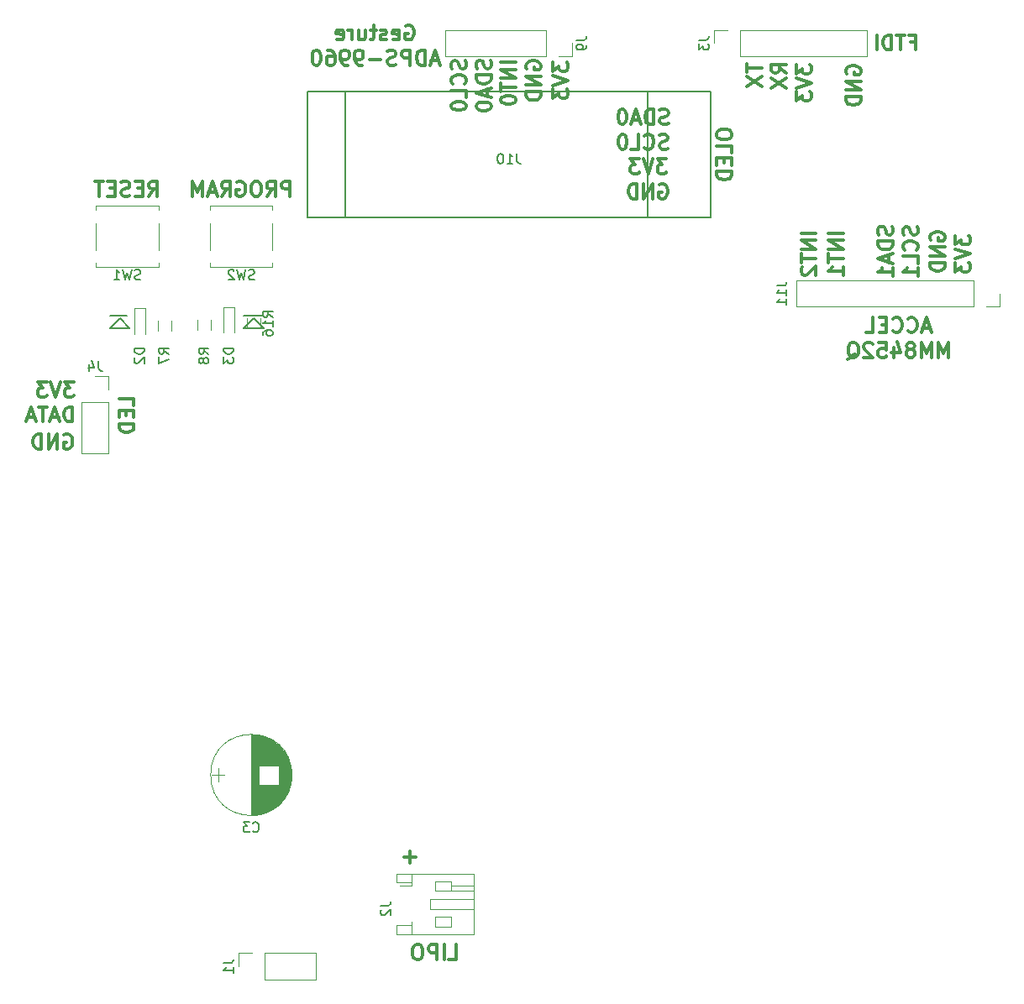
<source format=gbo>
G04 #@! TF.FileFunction,Legend,Bot*
%FSLAX46Y46*%
G04 Gerber Fmt 4.6, Leading zero omitted, Abs format (unit mm)*
G04 Created by KiCad (PCBNEW 4.0.7) date Saturday, 23 June 2018 'PMt' 19:02:52*
%MOMM*%
%LPD*%
G01*
G04 APERTURE LIST*
%ADD10C,0.100000*%
%ADD11C,0.200000*%
%ADD12C,0.300000*%
%ADD13C,0.120000*%
%ADD14C,0.150000*%
G04 APERTURE END LIST*
D10*
D11*
X74000000Y-55500000D02*
X76000000Y-55500000D01*
X76000000Y-56750000D02*
X75000000Y-55750000D01*
X74000000Y-56750000D02*
X76000000Y-56750000D01*
X75000000Y-55750000D02*
X74000000Y-56750000D01*
X60500000Y-55500000D02*
X62250000Y-55500000D01*
X60500000Y-56750000D02*
X61500000Y-55750000D01*
X62500000Y-56750000D02*
X60500000Y-56750000D01*
X61500000Y-55750000D02*
X62500000Y-56750000D01*
D12*
X94678571Y-120428571D02*
X95392857Y-120428571D01*
X95392857Y-118928571D01*
X94178571Y-120428571D02*
X94178571Y-118928571D01*
X93464285Y-120428571D02*
X93464285Y-118928571D01*
X92892857Y-118928571D01*
X92749999Y-119000000D01*
X92678571Y-119071429D01*
X92607142Y-119214286D01*
X92607142Y-119428571D01*
X92678571Y-119571429D01*
X92749999Y-119642857D01*
X92892857Y-119714286D01*
X93464285Y-119714286D01*
X91678571Y-118928571D02*
X91392857Y-118928571D01*
X91249999Y-119000000D01*
X91107142Y-119142857D01*
X91035714Y-119428571D01*
X91035714Y-119928571D01*
X91107142Y-120214286D01*
X91249999Y-120357143D01*
X91392857Y-120428571D01*
X91678571Y-120428571D01*
X91821428Y-120357143D01*
X91964285Y-120214286D01*
X92035714Y-119928571D01*
X92035714Y-119428571D01*
X91964285Y-119142857D01*
X91821428Y-119000000D01*
X91678571Y-118928571D01*
X91321428Y-110107143D02*
X90178571Y-110107143D01*
X90750000Y-110678571D02*
X90750000Y-109535714D01*
X78678571Y-43428571D02*
X78678571Y-41928571D01*
X78107143Y-41928571D01*
X77964285Y-42000000D01*
X77892857Y-42071429D01*
X77821428Y-42214286D01*
X77821428Y-42428571D01*
X77892857Y-42571429D01*
X77964285Y-42642857D01*
X78107143Y-42714286D01*
X78678571Y-42714286D01*
X76321428Y-43428571D02*
X76821428Y-42714286D01*
X77178571Y-43428571D02*
X77178571Y-41928571D01*
X76607143Y-41928571D01*
X76464285Y-42000000D01*
X76392857Y-42071429D01*
X76321428Y-42214286D01*
X76321428Y-42428571D01*
X76392857Y-42571429D01*
X76464285Y-42642857D01*
X76607143Y-42714286D01*
X77178571Y-42714286D01*
X75392857Y-41928571D02*
X75107143Y-41928571D01*
X74964285Y-42000000D01*
X74821428Y-42142857D01*
X74750000Y-42428571D01*
X74750000Y-42928571D01*
X74821428Y-43214286D01*
X74964285Y-43357143D01*
X75107143Y-43428571D01*
X75392857Y-43428571D01*
X75535714Y-43357143D01*
X75678571Y-43214286D01*
X75750000Y-42928571D01*
X75750000Y-42428571D01*
X75678571Y-42142857D01*
X75535714Y-42000000D01*
X75392857Y-41928571D01*
X73321428Y-42000000D02*
X73464285Y-41928571D01*
X73678571Y-41928571D01*
X73892856Y-42000000D01*
X74035714Y-42142857D01*
X74107142Y-42285714D01*
X74178571Y-42571429D01*
X74178571Y-42785714D01*
X74107142Y-43071429D01*
X74035714Y-43214286D01*
X73892856Y-43357143D01*
X73678571Y-43428571D01*
X73535714Y-43428571D01*
X73321428Y-43357143D01*
X73249999Y-43285714D01*
X73249999Y-42785714D01*
X73535714Y-42785714D01*
X71749999Y-43428571D02*
X72249999Y-42714286D01*
X72607142Y-43428571D02*
X72607142Y-41928571D01*
X72035714Y-41928571D01*
X71892856Y-42000000D01*
X71821428Y-42071429D01*
X71749999Y-42214286D01*
X71749999Y-42428571D01*
X71821428Y-42571429D01*
X71892856Y-42642857D01*
X72035714Y-42714286D01*
X72607142Y-42714286D01*
X71178571Y-43000000D02*
X70464285Y-43000000D01*
X71321428Y-43428571D02*
X70821428Y-41928571D01*
X70321428Y-43428571D01*
X69821428Y-43428571D02*
X69821428Y-41928571D01*
X69321428Y-43000000D01*
X68821428Y-41928571D01*
X68821428Y-43428571D01*
X64428571Y-43428571D02*
X64928571Y-42714286D01*
X65285714Y-43428571D02*
X65285714Y-41928571D01*
X64714286Y-41928571D01*
X64571428Y-42000000D01*
X64500000Y-42071429D01*
X64428571Y-42214286D01*
X64428571Y-42428571D01*
X64500000Y-42571429D01*
X64571428Y-42642857D01*
X64714286Y-42714286D01*
X65285714Y-42714286D01*
X63785714Y-42642857D02*
X63285714Y-42642857D01*
X63071428Y-43428571D02*
X63785714Y-43428571D01*
X63785714Y-41928571D01*
X63071428Y-41928571D01*
X62500000Y-43357143D02*
X62285714Y-43428571D01*
X61928571Y-43428571D01*
X61785714Y-43357143D01*
X61714285Y-43285714D01*
X61642857Y-43142857D01*
X61642857Y-43000000D01*
X61714285Y-42857143D01*
X61785714Y-42785714D01*
X61928571Y-42714286D01*
X62214285Y-42642857D01*
X62357143Y-42571429D01*
X62428571Y-42500000D01*
X62500000Y-42357143D01*
X62500000Y-42214286D01*
X62428571Y-42071429D01*
X62357143Y-42000000D01*
X62214285Y-41928571D01*
X61857143Y-41928571D01*
X61642857Y-42000000D01*
X61000000Y-42642857D02*
X60500000Y-42642857D01*
X60285714Y-43428571D02*
X61000000Y-43428571D01*
X61000000Y-41928571D01*
X60285714Y-41928571D01*
X59857143Y-41928571D02*
X59000000Y-41928571D01*
X59428571Y-43428571D02*
X59428571Y-41928571D01*
X121678571Y-37071428D02*
X121678571Y-37357142D01*
X121750000Y-37500000D01*
X121892857Y-37642857D01*
X122178571Y-37714285D01*
X122678571Y-37714285D01*
X122964286Y-37642857D01*
X123107143Y-37500000D01*
X123178571Y-37357142D01*
X123178571Y-37071428D01*
X123107143Y-36928571D01*
X122964286Y-36785714D01*
X122678571Y-36714285D01*
X122178571Y-36714285D01*
X121892857Y-36785714D01*
X121750000Y-36928571D01*
X121678571Y-37071428D01*
X123178571Y-39071429D02*
X123178571Y-38357143D01*
X121678571Y-38357143D01*
X122392857Y-39571429D02*
X122392857Y-40071429D01*
X123178571Y-40285715D02*
X123178571Y-39571429D01*
X121678571Y-39571429D01*
X121678571Y-40285715D01*
X123178571Y-40928572D02*
X121678571Y-40928572D01*
X121678571Y-41285715D01*
X121750000Y-41500000D01*
X121892857Y-41642858D01*
X122035714Y-41714286D01*
X122321429Y-41785715D01*
X122535714Y-41785715D01*
X122821429Y-41714286D01*
X122964286Y-41642858D01*
X123107143Y-41500000D01*
X123178571Y-41285715D01*
X123178571Y-40928572D01*
X116785714Y-36107143D02*
X116571428Y-36178571D01*
X116214285Y-36178571D01*
X116071428Y-36107143D01*
X115999999Y-36035714D01*
X115928571Y-35892857D01*
X115928571Y-35750000D01*
X115999999Y-35607143D01*
X116071428Y-35535714D01*
X116214285Y-35464286D01*
X116499999Y-35392857D01*
X116642857Y-35321429D01*
X116714285Y-35250000D01*
X116785714Y-35107143D01*
X116785714Y-34964286D01*
X116714285Y-34821429D01*
X116642857Y-34750000D01*
X116499999Y-34678571D01*
X116142857Y-34678571D01*
X115928571Y-34750000D01*
X115285714Y-36178571D02*
X115285714Y-34678571D01*
X114928571Y-34678571D01*
X114714286Y-34750000D01*
X114571428Y-34892857D01*
X114500000Y-35035714D01*
X114428571Y-35321429D01*
X114428571Y-35535714D01*
X114500000Y-35821429D01*
X114571428Y-35964286D01*
X114714286Y-36107143D01*
X114928571Y-36178571D01*
X115285714Y-36178571D01*
X113857143Y-35750000D02*
X113142857Y-35750000D01*
X114000000Y-36178571D02*
X113500000Y-34678571D01*
X113000000Y-36178571D01*
X112214286Y-34678571D02*
X112071429Y-34678571D01*
X111928572Y-34750000D01*
X111857143Y-34821429D01*
X111785714Y-34964286D01*
X111714286Y-35250000D01*
X111714286Y-35607143D01*
X111785714Y-35892857D01*
X111857143Y-36035714D01*
X111928572Y-36107143D01*
X112071429Y-36178571D01*
X112214286Y-36178571D01*
X112357143Y-36107143D01*
X112428572Y-36035714D01*
X112500000Y-35892857D01*
X112571429Y-35607143D01*
X112571429Y-35250000D01*
X112500000Y-34964286D01*
X112428572Y-34821429D01*
X112357143Y-34750000D01*
X112214286Y-34678571D01*
X116750000Y-38607143D02*
X116535714Y-38678571D01*
X116178571Y-38678571D01*
X116035714Y-38607143D01*
X115964285Y-38535714D01*
X115892857Y-38392857D01*
X115892857Y-38250000D01*
X115964285Y-38107143D01*
X116035714Y-38035714D01*
X116178571Y-37964286D01*
X116464285Y-37892857D01*
X116607143Y-37821429D01*
X116678571Y-37750000D01*
X116750000Y-37607143D01*
X116750000Y-37464286D01*
X116678571Y-37321429D01*
X116607143Y-37250000D01*
X116464285Y-37178571D01*
X116107143Y-37178571D01*
X115892857Y-37250000D01*
X114392857Y-38535714D02*
X114464286Y-38607143D01*
X114678572Y-38678571D01*
X114821429Y-38678571D01*
X115035714Y-38607143D01*
X115178572Y-38464286D01*
X115250000Y-38321429D01*
X115321429Y-38035714D01*
X115321429Y-37821429D01*
X115250000Y-37535714D01*
X115178572Y-37392857D01*
X115035714Y-37250000D01*
X114821429Y-37178571D01*
X114678572Y-37178571D01*
X114464286Y-37250000D01*
X114392857Y-37321429D01*
X113035714Y-38678571D02*
X113750000Y-38678571D01*
X113750000Y-37178571D01*
X112250000Y-37178571D02*
X112107143Y-37178571D01*
X111964286Y-37250000D01*
X111892857Y-37321429D01*
X111821428Y-37464286D01*
X111750000Y-37750000D01*
X111750000Y-38107143D01*
X111821428Y-38392857D01*
X111892857Y-38535714D01*
X111964286Y-38607143D01*
X112107143Y-38678571D01*
X112250000Y-38678571D01*
X112392857Y-38607143D01*
X112464286Y-38535714D01*
X112535714Y-38392857D01*
X112607143Y-38107143D01*
X112607143Y-37750000D01*
X112535714Y-37464286D01*
X112464286Y-37321429D01*
X112392857Y-37250000D01*
X112250000Y-37178571D01*
X116607142Y-39678571D02*
X115678571Y-39678571D01*
X116178571Y-40250000D01*
X115964285Y-40250000D01*
X115821428Y-40321429D01*
X115749999Y-40392857D01*
X115678571Y-40535714D01*
X115678571Y-40892857D01*
X115749999Y-41035714D01*
X115821428Y-41107143D01*
X115964285Y-41178571D01*
X116392857Y-41178571D01*
X116535714Y-41107143D01*
X116607142Y-41035714D01*
X115250000Y-39678571D02*
X114750000Y-41178571D01*
X114250000Y-39678571D01*
X113892857Y-39678571D02*
X112964286Y-39678571D01*
X113464286Y-40250000D01*
X113250000Y-40250000D01*
X113107143Y-40321429D01*
X113035714Y-40392857D01*
X112964286Y-40535714D01*
X112964286Y-40892857D01*
X113035714Y-41035714D01*
X113107143Y-41107143D01*
X113250000Y-41178571D01*
X113678572Y-41178571D01*
X113821429Y-41107143D01*
X113892857Y-41035714D01*
X115892857Y-42250000D02*
X116035714Y-42178571D01*
X116250000Y-42178571D01*
X116464285Y-42250000D01*
X116607143Y-42392857D01*
X116678571Y-42535714D01*
X116750000Y-42821429D01*
X116750000Y-43035714D01*
X116678571Y-43321429D01*
X116607143Y-43464286D01*
X116464285Y-43607143D01*
X116250000Y-43678571D01*
X116107143Y-43678571D01*
X115892857Y-43607143D01*
X115821428Y-43535714D01*
X115821428Y-43035714D01*
X116107143Y-43035714D01*
X115178571Y-43678571D02*
X115178571Y-42178571D01*
X114321428Y-43678571D01*
X114321428Y-42178571D01*
X113607142Y-43678571D02*
X113607142Y-42178571D01*
X113249999Y-42178571D01*
X113035714Y-42250000D01*
X112892856Y-42392857D01*
X112821428Y-42535714D01*
X112749999Y-42821429D01*
X112749999Y-43035714D01*
X112821428Y-43321429D01*
X112892856Y-43464286D01*
X113035714Y-43607143D01*
X113249999Y-43678571D01*
X113607142Y-43678571D01*
X143142857Y-56725000D02*
X142428571Y-56725000D01*
X143285714Y-57153571D02*
X142785714Y-55653571D01*
X142285714Y-57153571D01*
X140928571Y-57010714D02*
X141000000Y-57082143D01*
X141214286Y-57153571D01*
X141357143Y-57153571D01*
X141571428Y-57082143D01*
X141714286Y-56939286D01*
X141785714Y-56796429D01*
X141857143Y-56510714D01*
X141857143Y-56296429D01*
X141785714Y-56010714D01*
X141714286Y-55867857D01*
X141571428Y-55725000D01*
X141357143Y-55653571D01*
X141214286Y-55653571D01*
X141000000Y-55725000D01*
X140928571Y-55796429D01*
X139428571Y-57010714D02*
X139500000Y-57082143D01*
X139714286Y-57153571D01*
X139857143Y-57153571D01*
X140071428Y-57082143D01*
X140214286Y-56939286D01*
X140285714Y-56796429D01*
X140357143Y-56510714D01*
X140357143Y-56296429D01*
X140285714Y-56010714D01*
X140214286Y-55867857D01*
X140071428Y-55725000D01*
X139857143Y-55653571D01*
X139714286Y-55653571D01*
X139500000Y-55725000D01*
X139428571Y-55796429D01*
X138785714Y-56367857D02*
X138285714Y-56367857D01*
X138071428Y-57153571D02*
X138785714Y-57153571D01*
X138785714Y-55653571D01*
X138071428Y-55653571D01*
X136714285Y-57153571D02*
X137428571Y-57153571D01*
X137428571Y-55653571D01*
X144999999Y-59703571D02*
X144999999Y-58203571D01*
X144499999Y-59275000D01*
X143999999Y-58203571D01*
X143999999Y-59703571D01*
X143285713Y-59703571D02*
X143285713Y-58203571D01*
X142785713Y-59275000D01*
X142285713Y-58203571D01*
X142285713Y-59703571D01*
X141357141Y-58846429D02*
X141499999Y-58775000D01*
X141571427Y-58703571D01*
X141642856Y-58560714D01*
X141642856Y-58489286D01*
X141571427Y-58346429D01*
X141499999Y-58275000D01*
X141357141Y-58203571D01*
X141071427Y-58203571D01*
X140928570Y-58275000D01*
X140857141Y-58346429D01*
X140785713Y-58489286D01*
X140785713Y-58560714D01*
X140857141Y-58703571D01*
X140928570Y-58775000D01*
X141071427Y-58846429D01*
X141357141Y-58846429D01*
X141499999Y-58917857D01*
X141571427Y-58989286D01*
X141642856Y-59132143D01*
X141642856Y-59417857D01*
X141571427Y-59560714D01*
X141499999Y-59632143D01*
X141357141Y-59703571D01*
X141071427Y-59703571D01*
X140928570Y-59632143D01*
X140857141Y-59560714D01*
X140785713Y-59417857D01*
X140785713Y-59132143D01*
X140857141Y-58989286D01*
X140928570Y-58917857D01*
X141071427Y-58846429D01*
X139499999Y-58703571D02*
X139499999Y-59703571D01*
X139857142Y-58132143D02*
X140214285Y-59203571D01*
X139285713Y-59203571D01*
X137999999Y-58203571D02*
X138714285Y-58203571D01*
X138785714Y-58917857D01*
X138714285Y-58846429D01*
X138571428Y-58775000D01*
X138214285Y-58775000D01*
X138071428Y-58846429D01*
X137999999Y-58917857D01*
X137928571Y-59060714D01*
X137928571Y-59417857D01*
X137999999Y-59560714D01*
X138071428Y-59632143D01*
X138214285Y-59703571D01*
X138571428Y-59703571D01*
X138714285Y-59632143D01*
X138785714Y-59560714D01*
X137357143Y-58346429D02*
X137285714Y-58275000D01*
X137142857Y-58203571D01*
X136785714Y-58203571D01*
X136642857Y-58275000D01*
X136571428Y-58346429D01*
X136500000Y-58489286D01*
X136500000Y-58632143D01*
X136571428Y-58846429D01*
X137428571Y-59703571D01*
X136500000Y-59703571D01*
X134857143Y-59846429D02*
X135000000Y-59775000D01*
X135142857Y-59632143D01*
X135357143Y-59417857D01*
X135500000Y-59346429D01*
X135642857Y-59346429D01*
X135571429Y-59703571D02*
X135714286Y-59632143D01*
X135857143Y-59489286D01*
X135928572Y-59203571D01*
X135928572Y-58703571D01*
X135857143Y-58417857D01*
X135714286Y-58275000D01*
X135571429Y-58203571D01*
X135285715Y-58203571D01*
X135142857Y-58275000D01*
X135000000Y-58417857D01*
X134928572Y-58703571D01*
X134928572Y-59203571D01*
X135000000Y-59489286D01*
X135142857Y-59632143D01*
X135285715Y-59703571D01*
X135571429Y-59703571D01*
X131678571Y-47178572D02*
X130178571Y-47178572D01*
X131678571Y-47892858D02*
X130178571Y-47892858D01*
X131678571Y-48750001D01*
X130178571Y-48750001D01*
X130178571Y-49250001D02*
X130178571Y-50107144D01*
X131678571Y-49678573D02*
X130178571Y-49678573D01*
X130321429Y-50535715D02*
X130250000Y-50607144D01*
X130178571Y-50750001D01*
X130178571Y-51107144D01*
X130250000Y-51250001D01*
X130321429Y-51321430D01*
X130464286Y-51392858D01*
X130607143Y-51392858D01*
X130821429Y-51321430D01*
X131678571Y-50464287D01*
X131678571Y-51392858D01*
X134428571Y-47178572D02*
X132928571Y-47178572D01*
X134428571Y-47892858D02*
X132928571Y-47892858D01*
X134428571Y-48750001D01*
X132928571Y-48750001D01*
X132928571Y-49250001D02*
X132928571Y-50107144D01*
X134428571Y-49678573D02*
X132928571Y-49678573D01*
X134428571Y-51392858D02*
X134428571Y-50535715D01*
X134428571Y-50964287D02*
X132928571Y-50964287D01*
X133142857Y-50821430D01*
X133285714Y-50678572D01*
X133357143Y-50535715D01*
X139357143Y-46464286D02*
X139428571Y-46678572D01*
X139428571Y-47035715D01*
X139357143Y-47178572D01*
X139285714Y-47250001D01*
X139142857Y-47321429D01*
X139000000Y-47321429D01*
X138857143Y-47250001D01*
X138785714Y-47178572D01*
X138714286Y-47035715D01*
X138642857Y-46750001D01*
X138571429Y-46607143D01*
X138500000Y-46535715D01*
X138357143Y-46464286D01*
X138214286Y-46464286D01*
X138071429Y-46535715D01*
X138000000Y-46607143D01*
X137928571Y-46750001D01*
X137928571Y-47107143D01*
X138000000Y-47321429D01*
X139428571Y-47964286D02*
X137928571Y-47964286D01*
X137928571Y-48321429D01*
X138000000Y-48535714D01*
X138142857Y-48678572D01*
X138285714Y-48750000D01*
X138571429Y-48821429D01*
X138785714Y-48821429D01*
X139071429Y-48750000D01*
X139214286Y-48678572D01*
X139357143Y-48535714D01*
X139428571Y-48321429D01*
X139428571Y-47964286D01*
X139000000Y-49392857D02*
X139000000Y-50107143D01*
X139428571Y-49250000D02*
X137928571Y-49750000D01*
X139428571Y-50250000D01*
X139428571Y-51535714D02*
X139428571Y-50678571D01*
X139428571Y-51107143D02*
X137928571Y-51107143D01*
X138142857Y-50964286D01*
X138285714Y-50821428D01*
X138357143Y-50678571D01*
X141857143Y-46500000D02*
X141928571Y-46714286D01*
X141928571Y-47071429D01*
X141857143Y-47214286D01*
X141785714Y-47285715D01*
X141642857Y-47357143D01*
X141500000Y-47357143D01*
X141357143Y-47285715D01*
X141285714Y-47214286D01*
X141214286Y-47071429D01*
X141142857Y-46785715D01*
X141071429Y-46642857D01*
X141000000Y-46571429D01*
X140857143Y-46500000D01*
X140714286Y-46500000D01*
X140571429Y-46571429D01*
X140500000Y-46642857D01*
X140428571Y-46785715D01*
X140428571Y-47142857D01*
X140500000Y-47357143D01*
X141785714Y-48857143D02*
X141857143Y-48785714D01*
X141928571Y-48571428D01*
X141928571Y-48428571D01*
X141857143Y-48214286D01*
X141714286Y-48071428D01*
X141571429Y-48000000D01*
X141285714Y-47928571D01*
X141071429Y-47928571D01*
X140785714Y-48000000D01*
X140642857Y-48071428D01*
X140500000Y-48214286D01*
X140428571Y-48428571D01*
X140428571Y-48571428D01*
X140500000Y-48785714D01*
X140571429Y-48857143D01*
X141928571Y-50214286D02*
X141928571Y-49500000D01*
X140428571Y-49500000D01*
X141928571Y-51500000D02*
X141928571Y-50642857D01*
X141928571Y-51071429D02*
X140428571Y-51071429D01*
X140642857Y-50928572D01*
X140785714Y-50785714D01*
X140857143Y-50642857D01*
X143250000Y-47857143D02*
X143178571Y-47714286D01*
X143178571Y-47500000D01*
X143250000Y-47285715D01*
X143392857Y-47142857D01*
X143535714Y-47071429D01*
X143821429Y-47000000D01*
X144035714Y-47000000D01*
X144321429Y-47071429D01*
X144464286Y-47142857D01*
X144607143Y-47285715D01*
X144678571Y-47500000D01*
X144678571Y-47642857D01*
X144607143Y-47857143D01*
X144535714Y-47928572D01*
X144035714Y-47928572D01*
X144035714Y-47642857D01*
X144678571Y-48571429D02*
X143178571Y-48571429D01*
X144678571Y-49428572D01*
X143178571Y-49428572D01*
X144678571Y-50142858D02*
X143178571Y-50142858D01*
X143178571Y-50500001D01*
X143250000Y-50714286D01*
X143392857Y-50857144D01*
X143535714Y-50928572D01*
X143821429Y-51000001D01*
X144035714Y-51000001D01*
X144321429Y-50928572D01*
X144464286Y-50857144D01*
X144607143Y-50714286D01*
X144678571Y-50500001D01*
X144678571Y-50142858D01*
X145678571Y-47392858D02*
X145678571Y-48321429D01*
X146250000Y-47821429D01*
X146250000Y-48035715D01*
X146321429Y-48178572D01*
X146392857Y-48250001D01*
X146535714Y-48321429D01*
X146892857Y-48321429D01*
X147035714Y-48250001D01*
X147107143Y-48178572D01*
X147178571Y-48035715D01*
X147178571Y-47607143D01*
X147107143Y-47464286D01*
X147035714Y-47392858D01*
X145678571Y-48750000D02*
X147178571Y-49250000D01*
X145678571Y-49750000D01*
X145678571Y-50107143D02*
X145678571Y-51035714D01*
X146250000Y-50535714D01*
X146250000Y-50750000D01*
X146321429Y-50892857D01*
X146392857Y-50964286D01*
X146535714Y-51035714D01*
X146892857Y-51035714D01*
X147035714Y-50964286D01*
X147107143Y-50892857D01*
X147178571Y-50750000D01*
X147178571Y-50321428D01*
X147107143Y-50178571D01*
X147035714Y-50107143D01*
X62928571Y-64535715D02*
X62928571Y-63821429D01*
X61428571Y-63821429D01*
X62142857Y-65035715D02*
X62142857Y-65535715D01*
X62928571Y-65750001D02*
X62928571Y-65035715D01*
X61428571Y-65035715D01*
X61428571Y-65750001D01*
X62928571Y-66392858D02*
X61428571Y-66392858D01*
X61428571Y-66750001D01*
X61500000Y-66964286D01*
X61642857Y-67107144D01*
X61785714Y-67178572D01*
X62071429Y-67250001D01*
X62285714Y-67250001D01*
X62571429Y-67178572D01*
X62714286Y-67107144D01*
X62857143Y-66964286D01*
X62928571Y-66750001D01*
X62928571Y-66392858D01*
X55892857Y-67500000D02*
X56035714Y-67428571D01*
X56250000Y-67428571D01*
X56464285Y-67500000D01*
X56607143Y-67642857D01*
X56678571Y-67785714D01*
X56750000Y-68071429D01*
X56750000Y-68285714D01*
X56678571Y-68571429D01*
X56607143Y-68714286D01*
X56464285Y-68857143D01*
X56250000Y-68928571D01*
X56107143Y-68928571D01*
X55892857Y-68857143D01*
X55821428Y-68785714D01*
X55821428Y-68285714D01*
X56107143Y-68285714D01*
X55178571Y-68928571D02*
X55178571Y-67428571D01*
X54321428Y-68928571D01*
X54321428Y-67428571D01*
X53607142Y-68928571D02*
X53607142Y-67428571D01*
X53249999Y-67428571D01*
X53035714Y-67500000D01*
X52892856Y-67642857D01*
X52821428Y-67785714D01*
X52749999Y-68071429D01*
X52749999Y-68285714D01*
X52821428Y-68571429D01*
X52892856Y-68714286D01*
X53035714Y-68857143D01*
X53249999Y-68928571D01*
X53607142Y-68928571D01*
X56749999Y-66178571D02*
X56749999Y-64678571D01*
X56392856Y-64678571D01*
X56178571Y-64750000D01*
X56035713Y-64892857D01*
X55964285Y-65035714D01*
X55892856Y-65321429D01*
X55892856Y-65535714D01*
X55964285Y-65821429D01*
X56035713Y-65964286D01*
X56178571Y-66107143D01*
X56392856Y-66178571D01*
X56749999Y-66178571D01*
X55321428Y-65750000D02*
X54607142Y-65750000D01*
X55464285Y-66178571D02*
X54964285Y-64678571D01*
X54464285Y-66178571D01*
X54178571Y-64678571D02*
X53321428Y-64678571D01*
X53749999Y-66178571D02*
X53749999Y-64678571D01*
X52892857Y-65750000D02*
X52178571Y-65750000D01*
X53035714Y-66178571D02*
X52535714Y-64678571D01*
X52035714Y-66178571D01*
X56857142Y-62178571D02*
X55928571Y-62178571D01*
X56428571Y-62750000D01*
X56214285Y-62750000D01*
X56071428Y-62821429D01*
X55999999Y-62892857D01*
X55928571Y-63035714D01*
X55928571Y-63392857D01*
X55999999Y-63535714D01*
X56071428Y-63607143D01*
X56214285Y-63678571D01*
X56642857Y-63678571D01*
X56785714Y-63607143D01*
X56857142Y-63535714D01*
X55500000Y-62178571D02*
X55000000Y-63678571D01*
X54500000Y-62178571D01*
X54142857Y-62178571D02*
X53214286Y-62178571D01*
X53714286Y-62750000D01*
X53500000Y-62750000D01*
X53357143Y-62821429D01*
X53285714Y-62892857D01*
X53214286Y-63035714D01*
X53214286Y-63392857D01*
X53285714Y-63535714D01*
X53357143Y-63607143D01*
X53500000Y-63678571D01*
X53928572Y-63678571D01*
X54071429Y-63607143D01*
X54142857Y-63535714D01*
X141214285Y-27892857D02*
X141714285Y-27892857D01*
X141714285Y-28678571D02*
X141714285Y-27178571D01*
X140999999Y-27178571D01*
X140642857Y-27178571D02*
X139785714Y-27178571D01*
X140214285Y-28678571D02*
X140214285Y-27178571D01*
X139285714Y-28678571D02*
X139285714Y-27178571D01*
X138928571Y-27178571D01*
X138714286Y-27250000D01*
X138571428Y-27392857D01*
X138500000Y-27535714D01*
X138428571Y-27821429D01*
X138428571Y-28035714D01*
X138500000Y-28321429D01*
X138571428Y-28464286D01*
X138714286Y-28607143D01*
X138928571Y-28678571D01*
X139285714Y-28678571D01*
X137785714Y-28678571D02*
X137785714Y-27178571D01*
X90321428Y-26225000D02*
X90464285Y-26153571D01*
X90678571Y-26153571D01*
X90892856Y-26225000D01*
X91035714Y-26367857D01*
X91107142Y-26510714D01*
X91178571Y-26796429D01*
X91178571Y-27010714D01*
X91107142Y-27296429D01*
X91035714Y-27439286D01*
X90892856Y-27582143D01*
X90678571Y-27653571D01*
X90535714Y-27653571D01*
X90321428Y-27582143D01*
X90249999Y-27510714D01*
X90249999Y-27010714D01*
X90535714Y-27010714D01*
X89035714Y-27582143D02*
X89178571Y-27653571D01*
X89464285Y-27653571D01*
X89607142Y-27582143D01*
X89678571Y-27439286D01*
X89678571Y-26867857D01*
X89607142Y-26725000D01*
X89464285Y-26653571D01*
X89178571Y-26653571D01*
X89035714Y-26725000D01*
X88964285Y-26867857D01*
X88964285Y-27010714D01*
X89678571Y-27153571D01*
X88392857Y-27582143D02*
X88250000Y-27653571D01*
X87964285Y-27653571D01*
X87821428Y-27582143D01*
X87750000Y-27439286D01*
X87750000Y-27367857D01*
X87821428Y-27225000D01*
X87964285Y-27153571D01*
X88178571Y-27153571D01*
X88321428Y-27082143D01*
X88392857Y-26939286D01*
X88392857Y-26867857D01*
X88321428Y-26725000D01*
X88178571Y-26653571D01*
X87964285Y-26653571D01*
X87821428Y-26725000D01*
X87321428Y-26653571D02*
X86749999Y-26653571D01*
X87107142Y-26153571D02*
X87107142Y-27439286D01*
X87035714Y-27582143D01*
X86892856Y-27653571D01*
X86749999Y-27653571D01*
X85607142Y-26653571D02*
X85607142Y-27653571D01*
X86249999Y-26653571D02*
X86249999Y-27439286D01*
X86178571Y-27582143D01*
X86035713Y-27653571D01*
X85821428Y-27653571D01*
X85678571Y-27582143D01*
X85607142Y-27510714D01*
X84892856Y-27653571D02*
X84892856Y-26653571D01*
X84892856Y-26939286D02*
X84821428Y-26796429D01*
X84749999Y-26725000D01*
X84607142Y-26653571D01*
X84464285Y-26653571D01*
X83392857Y-27582143D02*
X83535714Y-27653571D01*
X83821428Y-27653571D01*
X83964285Y-27582143D01*
X84035714Y-27439286D01*
X84035714Y-26867857D01*
X83964285Y-26725000D01*
X83821428Y-26653571D01*
X83535714Y-26653571D01*
X83392857Y-26725000D01*
X83321428Y-26867857D01*
X83321428Y-27010714D01*
X84035714Y-27153571D01*
X93607142Y-29775000D02*
X92892856Y-29775000D01*
X93749999Y-30203571D02*
X93249999Y-28703571D01*
X92749999Y-30203571D01*
X92249999Y-30203571D02*
X92249999Y-28703571D01*
X91892856Y-28703571D01*
X91678571Y-28775000D01*
X91535713Y-28917857D01*
X91464285Y-29060714D01*
X91392856Y-29346429D01*
X91392856Y-29560714D01*
X91464285Y-29846429D01*
X91535713Y-29989286D01*
X91678571Y-30132143D01*
X91892856Y-30203571D01*
X92249999Y-30203571D01*
X90749999Y-30203571D02*
X90749999Y-28703571D01*
X90178571Y-28703571D01*
X90035713Y-28775000D01*
X89964285Y-28846429D01*
X89892856Y-28989286D01*
X89892856Y-29203571D01*
X89964285Y-29346429D01*
X90035713Y-29417857D01*
X90178571Y-29489286D01*
X90749999Y-29489286D01*
X89321428Y-30132143D02*
X89107142Y-30203571D01*
X88749999Y-30203571D01*
X88607142Y-30132143D01*
X88535713Y-30060714D01*
X88464285Y-29917857D01*
X88464285Y-29775000D01*
X88535713Y-29632143D01*
X88607142Y-29560714D01*
X88749999Y-29489286D01*
X89035713Y-29417857D01*
X89178571Y-29346429D01*
X89249999Y-29275000D01*
X89321428Y-29132143D01*
X89321428Y-28989286D01*
X89249999Y-28846429D01*
X89178571Y-28775000D01*
X89035713Y-28703571D01*
X88678571Y-28703571D01*
X88464285Y-28775000D01*
X87821428Y-29632143D02*
X86678571Y-29632143D01*
X85892857Y-30203571D02*
X85607142Y-30203571D01*
X85464285Y-30132143D01*
X85392857Y-30060714D01*
X85249999Y-29846429D01*
X85178571Y-29560714D01*
X85178571Y-28989286D01*
X85249999Y-28846429D01*
X85321428Y-28775000D01*
X85464285Y-28703571D01*
X85749999Y-28703571D01*
X85892857Y-28775000D01*
X85964285Y-28846429D01*
X86035714Y-28989286D01*
X86035714Y-29346429D01*
X85964285Y-29489286D01*
X85892857Y-29560714D01*
X85749999Y-29632143D01*
X85464285Y-29632143D01*
X85321428Y-29560714D01*
X85249999Y-29489286D01*
X85178571Y-29346429D01*
X84464286Y-30203571D02*
X84178571Y-30203571D01*
X84035714Y-30132143D01*
X83964286Y-30060714D01*
X83821428Y-29846429D01*
X83750000Y-29560714D01*
X83750000Y-28989286D01*
X83821428Y-28846429D01*
X83892857Y-28775000D01*
X84035714Y-28703571D01*
X84321428Y-28703571D01*
X84464286Y-28775000D01*
X84535714Y-28846429D01*
X84607143Y-28989286D01*
X84607143Y-29346429D01*
X84535714Y-29489286D01*
X84464286Y-29560714D01*
X84321428Y-29632143D01*
X84035714Y-29632143D01*
X83892857Y-29560714D01*
X83821428Y-29489286D01*
X83750000Y-29346429D01*
X82464286Y-28703571D02*
X82750000Y-28703571D01*
X82892857Y-28775000D01*
X82964286Y-28846429D01*
X83107143Y-29060714D01*
X83178572Y-29346429D01*
X83178572Y-29917857D01*
X83107143Y-30060714D01*
X83035715Y-30132143D01*
X82892857Y-30203571D01*
X82607143Y-30203571D01*
X82464286Y-30132143D01*
X82392857Y-30060714D01*
X82321429Y-29917857D01*
X82321429Y-29560714D01*
X82392857Y-29417857D01*
X82464286Y-29346429D01*
X82607143Y-29275000D01*
X82892857Y-29275000D01*
X83035715Y-29346429D01*
X83107143Y-29417857D01*
X83178572Y-29560714D01*
X81392858Y-28703571D02*
X81250001Y-28703571D01*
X81107144Y-28775000D01*
X81035715Y-28846429D01*
X80964286Y-28989286D01*
X80892858Y-29275000D01*
X80892858Y-29632143D01*
X80964286Y-29917857D01*
X81035715Y-30060714D01*
X81107144Y-30132143D01*
X81250001Y-30203571D01*
X81392858Y-30203571D01*
X81535715Y-30132143D01*
X81607144Y-30060714D01*
X81678572Y-29917857D01*
X81750001Y-29632143D01*
X81750001Y-29275000D01*
X81678572Y-28989286D01*
X81607144Y-28846429D01*
X81535715Y-28775000D01*
X81392858Y-28703571D01*
X96357143Y-29750000D02*
X96428571Y-29964286D01*
X96428571Y-30321429D01*
X96357143Y-30464286D01*
X96285714Y-30535715D01*
X96142857Y-30607143D01*
X96000000Y-30607143D01*
X95857143Y-30535715D01*
X95785714Y-30464286D01*
X95714286Y-30321429D01*
X95642857Y-30035715D01*
X95571429Y-29892857D01*
X95500000Y-29821429D01*
X95357143Y-29750000D01*
X95214286Y-29750000D01*
X95071429Y-29821429D01*
X95000000Y-29892857D01*
X94928571Y-30035715D01*
X94928571Y-30392857D01*
X95000000Y-30607143D01*
X96285714Y-32107143D02*
X96357143Y-32035714D01*
X96428571Y-31821428D01*
X96428571Y-31678571D01*
X96357143Y-31464286D01*
X96214286Y-31321428D01*
X96071429Y-31250000D01*
X95785714Y-31178571D01*
X95571429Y-31178571D01*
X95285714Y-31250000D01*
X95142857Y-31321428D01*
X95000000Y-31464286D01*
X94928571Y-31678571D01*
X94928571Y-31821428D01*
X95000000Y-32035714D01*
X95071429Y-32107143D01*
X96428571Y-33464286D02*
X96428571Y-32750000D01*
X94928571Y-32750000D01*
X94928571Y-34250000D02*
X94928571Y-34392857D01*
X95000000Y-34535714D01*
X95071429Y-34607143D01*
X95214286Y-34678572D01*
X95500000Y-34750000D01*
X95857143Y-34750000D01*
X96142857Y-34678572D01*
X96285714Y-34607143D01*
X96357143Y-34535714D01*
X96428571Y-34392857D01*
X96428571Y-34250000D01*
X96357143Y-34107143D01*
X96285714Y-34035714D01*
X96142857Y-33964286D01*
X95857143Y-33892857D01*
X95500000Y-33892857D01*
X95214286Y-33964286D01*
X95071429Y-34035714D01*
X95000000Y-34107143D01*
X94928571Y-34250000D01*
X98857143Y-29714286D02*
X98928571Y-29928572D01*
X98928571Y-30285715D01*
X98857143Y-30428572D01*
X98785714Y-30500001D01*
X98642857Y-30571429D01*
X98500000Y-30571429D01*
X98357143Y-30500001D01*
X98285714Y-30428572D01*
X98214286Y-30285715D01*
X98142857Y-30000001D01*
X98071429Y-29857143D01*
X98000000Y-29785715D01*
X97857143Y-29714286D01*
X97714286Y-29714286D01*
X97571429Y-29785715D01*
X97500000Y-29857143D01*
X97428571Y-30000001D01*
X97428571Y-30357143D01*
X97500000Y-30571429D01*
X98928571Y-31214286D02*
X97428571Y-31214286D01*
X97428571Y-31571429D01*
X97500000Y-31785714D01*
X97642857Y-31928572D01*
X97785714Y-32000000D01*
X98071429Y-32071429D01*
X98285714Y-32071429D01*
X98571429Y-32000000D01*
X98714286Y-31928572D01*
X98857143Y-31785714D01*
X98928571Y-31571429D01*
X98928571Y-31214286D01*
X98500000Y-32642857D02*
X98500000Y-33357143D01*
X98928571Y-32500000D02*
X97428571Y-33000000D01*
X98928571Y-33500000D01*
X97428571Y-34285714D02*
X97428571Y-34428571D01*
X97500000Y-34571428D01*
X97571429Y-34642857D01*
X97714286Y-34714286D01*
X98000000Y-34785714D01*
X98357143Y-34785714D01*
X98642857Y-34714286D01*
X98785714Y-34642857D01*
X98857143Y-34571428D01*
X98928571Y-34428571D01*
X98928571Y-34285714D01*
X98857143Y-34142857D01*
X98785714Y-34071428D01*
X98642857Y-34000000D01*
X98357143Y-33928571D01*
X98000000Y-33928571D01*
X97714286Y-34000000D01*
X97571429Y-34071428D01*
X97500000Y-34142857D01*
X97428571Y-34285714D01*
X101428571Y-29928572D02*
X99928571Y-29928572D01*
X101428571Y-30642858D02*
X99928571Y-30642858D01*
X101428571Y-31500001D01*
X99928571Y-31500001D01*
X99928571Y-32000001D02*
X99928571Y-32857144D01*
X101428571Y-32428573D02*
X99928571Y-32428573D01*
X99928571Y-33642858D02*
X99928571Y-33785715D01*
X100000000Y-33928572D01*
X100071429Y-34000001D01*
X100214286Y-34071430D01*
X100500000Y-34142858D01*
X100857143Y-34142858D01*
X101142857Y-34071430D01*
X101285714Y-34000001D01*
X101357143Y-33928572D01*
X101428571Y-33785715D01*
X101428571Y-33642858D01*
X101357143Y-33500001D01*
X101285714Y-33428572D01*
X101142857Y-33357144D01*
X100857143Y-33285715D01*
X100500000Y-33285715D01*
X100214286Y-33357144D01*
X100071429Y-33428572D01*
X100000000Y-33500001D01*
X99928571Y-33642858D01*
X102500000Y-30607143D02*
X102428571Y-30464286D01*
X102428571Y-30250000D01*
X102500000Y-30035715D01*
X102642857Y-29892857D01*
X102785714Y-29821429D01*
X103071429Y-29750000D01*
X103285714Y-29750000D01*
X103571429Y-29821429D01*
X103714286Y-29892857D01*
X103857143Y-30035715D01*
X103928571Y-30250000D01*
X103928571Y-30392857D01*
X103857143Y-30607143D01*
X103785714Y-30678572D01*
X103285714Y-30678572D01*
X103285714Y-30392857D01*
X103928571Y-31321429D02*
X102428571Y-31321429D01*
X103928571Y-32178572D01*
X102428571Y-32178572D01*
X103928571Y-32892858D02*
X102428571Y-32892858D01*
X102428571Y-33250001D01*
X102500000Y-33464286D01*
X102642857Y-33607144D01*
X102785714Y-33678572D01*
X103071429Y-33750001D01*
X103285714Y-33750001D01*
X103571429Y-33678572D01*
X103714286Y-33607144D01*
X103857143Y-33464286D01*
X103928571Y-33250001D01*
X103928571Y-32892858D01*
X105178571Y-29892858D02*
X105178571Y-30821429D01*
X105750000Y-30321429D01*
X105750000Y-30535715D01*
X105821429Y-30678572D01*
X105892857Y-30750001D01*
X106035714Y-30821429D01*
X106392857Y-30821429D01*
X106535714Y-30750001D01*
X106607143Y-30678572D01*
X106678571Y-30535715D01*
X106678571Y-30107143D01*
X106607143Y-29964286D01*
X106535714Y-29892858D01*
X105178571Y-31250000D02*
X106678571Y-31750000D01*
X105178571Y-32250000D01*
X105178571Y-32607143D02*
X105178571Y-33535714D01*
X105750000Y-33035714D01*
X105750000Y-33250000D01*
X105821429Y-33392857D01*
X105892857Y-33464286D01*
X106035714Y-33535714D01*
X106392857Y-33535714D01*
X106535714Y-33464286D01*
X106607143Y-33392857D01*
X106678571Y-33250000D01*
X106678571Y-32821428D01*
X106607143Y-32678571D01*
X106535714Y-32607143D01*
X134750000Y-31107143D02*
X134678571Y-30964286D01*
X134678571Y-30750000D01*
X134750000Y-30535715D01*
X134892857Y-30392857D01*
X135035714Y-30321429D01*
X135321429Y-30250000D01*
X135535714Y-30250000D01*
X135821429Y-30321429D01*
X135964286Y-30392857D01*
X136107143Y-30535715D01*
X136178571Y-30750000D01*
X136178571Y-30892857D01*
X136107143Y-31107143D01*
X136035714Y-31178572D01*
X135535714Y-31178572D01*
X135535714Y-30892857D01*
X136178571Y-31821429D02*
X134678571Y-31821429D01*
X136178571Y-32678572D01*
X134678571Y-32678572D01*
X136178571Y-33392858D02*
X134678571Y-33392858D01*
X134678571Y-33750001D01*
X134750000Y-33964286D01*
X134892857Y-34107144D01*
X135035714Y-34178572D01*
X135321429Y-34250001D01*
X135535714Y-34250001D01*
X135821429Y-34178572D01*
X135964286Y-34107144D01*
X136107143Y-33964286D01*
X136178571Y-33750001D01*
X136178571Y-33392858D01*
X129678571Y-30142858D02*
X129678571Y-31071429D01*
X130250000Y-30571429D01*
X130250000Y-30785715D01*
X130321429Y-30928572D01*
X130392857Y-31000001D01*
X130535714Y-31071429D01*
X130892857Y-31071429D01*
X131035714Y-31000001D01*
X131107143Y-30928572D01*
X131178571Y-30785715D01*
X131178571Y-30357143D01*
X131107143Y-30214286D01*
X131035714Y-30142858D01*
X129678571Y-31500000D02*
X131178571Y-32000000D01*
X129678571Y-32500000D01*
X129678571Y-32857143D02*
X129678571Y-33785714D01*
X130250000Y-33285714D01*
X130250000Y-33500000D01*
X130321429Y-33642857D01*
X130392857Y-33714286D01*
X130535714Y-33785714D01*
X130892857Y-33785714D01*
X131035714Y-33714286D01*
X131107143Y-33642857D01*
X131178571Y-33500000D01*
X131178571Y-33071428D01*
X131107143Y-32928571D01*
X131035714Y-32857143D01*
X128678571Y-31000001D02*
X127964286Y-30500001D01*
X128678571Y-30142858D02*
X127178571Y-30142858D01*
X127178571Y-30714286D01*
X127250000Y-30857144D01*
X127321429Y-30928572D01*
X127464286Y-31000001D01*
X127678571Y-31000001D01*
X127821429Y-30928572D01*
X127892857Y-30857144D01*
X127964286Y-30714286D01*
X127964286Y-30142858D01*
X127178571Y-31500001D02*
X128678571Y-32500001D01*
X127178571Y-32500001D02*
X128678571Y-31500001D01*
X124678571Y-30107143D02*
X124678571Y-30964286D01*
X126178571Y-30535715D02*
X124678571Y-30535715D01*
X124678571Y-31321429D02*
X126178571Y-32321429D01*
X124678571Y-32321429D02*
X126178571Y-31321429D01*
D13*
X78840000Y-101800000D02*
G75*
G03X78840000Y-101800000I-4090000J0D01*
G01*
X74750000Y-105850000D02*
X74750000Y-97750000D01*
X74790000Y-105850000D02*
X74790000Y-97750000D01*
X74830000Y-105850000D02*
X74830000Y-97750000D01*
X74870000Y-105849000D02*
X74870000Y-97751000D01*
X74910000Y-105847000D02*
X74910000Y-97753000D01*
X74950000Y-105846000D02*
X74950000Y-97754000D01*
X74990000Y-105843000D02*
X74990000Y-97757000D01*
X75030000Y-105841000D02*
X75030000Y-97759000D01*
X75070000Y-105838000D02*
X75070000Y-97762000D01*
X75110000Y-105835000D02*
X75110000Y-97765000D01*
X75150000Y-105831000D02*
X75150000Y-97769000D01*
X75190000Y-105827000D02*
X75190000Y-97773000D01*
X75230000Y-105822000D02*
X75230000Y-97778000D01*
X75270000Y-105817000D02*
X75270000Y-97783000D01*
X75310000Y-105812000D02*
X75310000Y-97788000D01*
X75350000Y-105806000D02*
X75350000Y-97794000D01*
X75390000Y-105800000D02*
X75390000Y-97800000D01*
X75430000Y-105794000D02*
X75430000Y-97806000D01*
X75471000Y-105787000D02*
X75471000Y-97813000D01*
X75511000Y-105779000D02*
X75511000Y-97821000D01*
X75551000Y-105771000D02*
X75551000Y-102780000D01*
X75551000Y-100820000D02*
X75551000Y-97829000D01*
X75591000Y-105763000D02*
X75591000Y-102780000D01*
X75591000Y-100820000D02*
X75591000Y-97837000D01*
X75631000Y-105755000D02*
X75631000Y-102780000D01*
X75631000Y-100820000D02*
X75631000Y-97845000D01*
X75671000Y-105746000D02*
X75671000Y-102780000D01*
X75671000Y-100820000D02*
X75671000Y-97854000D01*
X75711000Y-105736000D02*
X75711000Y-102780000D01*
X75711000Y-100820000D02*
X75711000Y-97864000D01*
X75751000Y-105726000D02*
X75751000Y-102780000D01*
X75751000Y-100820000D02*
X75751000Y-97874000D01*
X75791000Y-105716000D02*
X75791000Y-102780000D01*
X75791000Y-100820000D02*
X75791000Y-97884000D01*
X75831000Y-105705000D02*
X75831000Y-102780000D01*
X75831000Y-100820000D02*
X75831000Y-97895000D01*
X75871000Y-105694000D02*
X75871000Y-102780000D01*
X75871000Y-100820000D02*
X75871000Y-97906000D01*
X75911000Y-105683000D02*
X75911000Y-102780000D01*
X75911000Y-100820000D02*
X75911000Y-97917000D01*
X75951000Y-105670000D02*
X75951000Y-102780000D01*
X75951000Y-100820000D02*
X75951000Y-97930000D01*
X75991000Y-105658000D02*
X75991000Y-102780000D01*
X75991000Y-100820000D02*
X75991000Y-97942000D01*
X76031000Y-105645000D02*
X76031000Y-102780000D01*
X76031000Y-100820000D02*
X76031000Y-97955000D01*
X76071000Y-105632000D02*
X76071000Y-102780000D01*
X76071000Y-100820000D02*
X76071000Y-97968000D01*
X76111000Y-105618000D02*
X76111000Y-102780000D01*
X76111000Y-100820000D02*
X76111000Y-97982000D01*
X76151000Y-105603000D02*
X76151000Y-102780000D01*
X76151000Y-100820000D02*
X76151000Y-97997000D01*
X76191000Y-105589000D02*
X76191000Y-102780000D01*
X76191000Y-100820000D02*
X76191000Y-98011000D01*
X76231000Y-105573000D02*
X76231000Y-102780000D01*
X76231000Y-100820000D02*
X76231000Y-98027000D01*
X76271000Y-105558000D02*
X76271000Y-102780000D01*
X76271000Y-100820000D02*
X76271000Y-98042000D01*
X76311000Y-105541000D02*
X76311000Y-102780000D01*
X76311000Y-100820000D02*
X76311000Y-98059000D01*
X76351000Y-105525000D02*
X76351000Y-102780000D01*
X76351000Y-100820000D02*
X76351000Y-98075000D01*
X76391000Y-105507000D02*
X76391000Y-102780000D01*
X76391000Y-100820000D02*
X76391000Y-98093000D01*
X76431000Y-105490000D02*
X76431000Y-102780000D01*
X76431000Y-100820000D02*
X76431000Y-98110000D01*
X76471000Y-105471000D02*
X76471000Y-102780000D01*
X76471000Y-100820000D02*
X76471000Y-98129000D01*
X76511000Y-105452000D02*
X76511000Y-102780000D01*
X76511000Y-100820000D02*
X76511000Y-98148000D01*
X76551000Y-105433000D02*
X76551000Y-102780000D01*
X76551000Y-100820000D02*
X76551000Y-98167000D01*
X76591000Y-105413000D02*
X76591000Y-102780000D01*
X76591000Y-100820000D02*
X76591000Y-98187000D01*
X76631000Y-105393000D02*
X76631000Y-102780000D01*
X76631000Y-100820000D02*
X76631000Y-98207000D01*
X76671000Y-105372000D02*
X76671000Y-102780000D01*
X76671000Y-100820000D02*
X76671000Y-98228000D01*
X76711000Y-105350000D02*
X76711000Y-102780000D01*
X76711000Y-100820000D02*
X76711000Y-98250000D01*
X76751000Y-105328000D02*
X76751000Y-102780000D01*
X76751000Y-100820000D02*
X76751000Y-98272000D01*
X76791000Y-105305000D02*
X76791000Y-102780000D01*
X76791000Y-100820000D02*
X76791000Y-98295000D01*
X76831000Y-105282000D02*
X76831000Y-102780000D01*
X76831000Y-100820000D02*
X76831000Y-98318000D01*
X76871000Y-105258000D02*
X76871000Y-102780000D01*
X76871000Y-100820000D02*
X76871000Y-98342000D01*
X76911000Y-105234000D02*
X76911000Y-102780000D01*
X76911000Y-100820000D02*
X76911000Y-98366000D01*
X76951000Y-105208000D02*
X76951000Y-102780000D01*
X76951000Y-100820000D02*
X76951000Y-98392000D01*
X76991000Y-105183000D02*
X76991000Y-102780000D01*
X76991000Y-100820000D02*
X76991000Y-98417000D01*
X77031000Y-105156000D02*
X77031000Y-102780000D01*
X77031000Y-100820000D02*
X77031000Y-98444000D01*
X77071000Y-105129000D02*
X77071000Y-102780000D01*
X77071000Y-100820000D02*
X77071000Y-98471000D01*
X77111000Y-105101000D02*
X77111000Y-102780000D01*
X77111000Y-100820000D02*
X77111000Y-98499000D01*
X77151000Y-105072000D02*
X77151000Y-102780000D01*
X77151000Y-100820000D02*
X77151000Y-98528000D01*
X77191000Y-105043000D02*
X77191000Y-102780000D01*
X77191000Y-100820000D02*
X77191000Y-98557000D01*
X77231000Y-105013000D02*
X77231000Y-102780000D01*
X77231000Y-100820000D02*
X77231000Y-98587000D01*
X77271000Y-104982000D02*
X77271000Y-102780000D01*
X77271000Y-100820000D02*
X77271000Y-98618000D01*
X77311000Y-104950000D02*
X77311000Y-102780000D01*
X77311000Y-100820000D02*
X77311000Y-98650000D01*
X77351000Y-104918000D02*
X77351000Y-102780000D01*
X77351000Y-100820000D02*
X77351000Y-98682000D01*
X77391000Y-104884000D02*
X77391000Y-102780000D01*
X77391000Y-100820000D02*
X77391000Y-98716000D01*
X77431000Y-104850000D02*
X77431000Y-102780000D01*
X77431000Y-100820000D02*
X77431000Y-98750000D01*
X77471000Y-104815000D02*
X77471000Y-102780000D01*
X77471000Y-100820000D02*
X77471000Y-98785000D01*
X77511000Y-104779000D02*
X77511000Y-98821000D01*
X77551000Y-104742000D02*
X77551000Y-98858000D01*
X77591000Y-104704000D02*
X77591000Y-98896000D01*
X77631000Y-104665000D02*
X77631000Y-98935000D01*
X77671000Y-104624000D02*
X77671000Y-98976000D01*
X77711000Y-104583000D02*
X77711000Y-99017000D01*
X77751000Y-104540000D02*
X77751000Y-99060000D01*
X77791000Y-104497000D02*
X77791000Y-99103000D01*
X77831000Y-104452000D02*
X77831000Y-99148000D01*
X77871000Y-104405000D02*
X77871000Y-99195000D01*
X77911000Y-104357000D02*
X77911000Y-99243000D01*
X77951000Y-104308000D02*
X77951000Y-99292000D01*
X77991000Y-104257000D02*
X77991000Y-99343000D01*
X78031000Y-104204000D02*
X78031000Y-99396000D01*
X78071000Y-104149000D02*
X78071000Y-99451000D01*
X78111000Y-104093000D02*
X78111000Y-99507000D01*
X78151000Y-104034000D02*
X78151000Y-99566000D01*
X78191000Y-103973000D02*
X78191000Y-99627000D01*
X78231000Y-103909000D02*
X78231000Y-99691000D01*
X78271000Y-103843000D02*
X78271000Y-99757000D01*
X78311000Y-103774000D02*
X78311000Y-99826000D01*
X78351000Y-103702000D02*
X78351000Y-99898000D01*
X78391000Y-103626000D02*
X78391000Y-99974000D01*
X78431000Y-103545000D02*
X78431000Y-100055000D01*
X78471000Y-103460000D02*
X78471000Y-100140000D01*
X78511000Y-103370000D02*
X78511000Y-100230000D01*
X78551000Y-103273000D02*
X78551000Y-100327000D01*
X78591000Y-103169000D02*
X78591000Y-100431000D01*
X78631000Y-103054000D02*
X78631000Y-100546000D01*
X78671000Y-102927000D02*
X78671000Y-100673000D01*
X78711000Y-102783000D02*
X78711000Y-100817000D01*
X78751000Y-102614000D02*
X78751000Y-100986000D01*
X78791000Y-102398000D02*
X78791000Y-101202000D01*
X78831000Y-102046000D02*
X78831000Y-101554000D01*
X70800000Y-101800000D02*
X72000000Y-101800000D01*
X71400000Y-102450000D02*
X71400000Y-101150000D01*
X62950000Y-54700000D02*
X64050000Y-54700000D01*
X64050000Y-54700000D02*
X64050000Y-57300000D01*
X62950000Y-54700000D02*
X62950000Y-57300000D01*
X71950000Y-54600000D02*
X73050000Y-54600000D01*
X73050000Y-54600000D02*
X73050000Y-57200000D01*
X71950000Y-54600000D02*
X71950000Y-57200000D01*
X97150000Y-114300000D02*
X92800000Y-114300000D01*
X92800000Y-114300000D02*
X92800000Y-115300000D01*
X92800000Y-115300000D02*
X97150000Y-115300000D01*
X90950000Y-113000000D02*
X90950000Y-112650000D01*
X90950000Y-112650000D02*
X89350000Y-112650000D01*
X89350000Y-112650000D02*
X89350000Y-111750000D01*
X89350000Y-111750000D02*
X97150000Y-111750000D01*
X97150000Y-111750000D02*
X97150000Y-117850000D01*
X97150000Y-117850000D02*
X89350000Y-117850000D01*
X89350000Y-117850000D02*
X89350000Y-116950000D01*
X89350000Y-116950000D02*
X90950000Y-116950000D01*
X90950000Y-116950000D02*
X90950000Y-116600000D01*
X90950000Y-111750000D02*
X90950000Y-112650000D01*
X90950000Y-117850000D02*
X90950000Y-116950000D01*
X93300000Y-112500000D02*
X94900000Y-112500000D01*
X94900000Y-112500000D02*
X94900000Y-113500000D01*
X94900000Y-113500000D02*
X93300000Y-113500000D01*
X93300000Y-113500000D02*
X93300000Y-112500000D01*
X93300000Y-117100000D02*
X94900000Y-117100000D01*
X94900000Y-117100000D02*
X94900000Y-116100000D01*
X94900000Y-116100000D02*
X93300000Y-116100000D01*
X93300000Y-116100000D02*
X93300000Y-117100000D01*
X94900000Y-113500000D02*
X97150000Y-113500000D01*
X94900000Y-113000000D02*
X97150000Y-113000000D01*
X90950000Y-113000000D02*
X89750000Y-113000000D01*
X136780000Y-26670000D02*
X136780000Y-29330000D01*
X124020000Y-26670000D02*
X136780000Y-26670000D01*
X124020000Y-29330000D02*
X136780000Y-29330000D01*
X124020000Y-26670000D02*
X124020000Y-29330000D01*
X122750000Y-26670000D02*
X121420000Y-26670000D01*
X121420000Y-26670000D02*
X121420000Y-28000000D01*
X60330000Y-69330000D02*
X57670000Y-69330000D01*
X60330000Y-64190000D02*
X60330000Y-69330000D01*
X57670000Y-64190000D02*
X57670000Y-69330000D01*
X60330000Y-64190000D02*
X57670000Y-64190000D01*
X60330000Y-62920000D02*
X60330000Y-61590000D01*
X60330000Y-61590000D02*
X59000000Y-61590000D01*
X94260000Y-29330000D02*
X94260000Y-26670000D01*
X104480000Y-29330000D02*
X94260000Y-29330000D01*
X104480000Y-26670000D02*
X94260000Y-26670000D01*
X104480000Y-29330000D02*
X104480000Y-26670000D01*
X105750000Y-29330000D02*
X107080000Y-29330000D01*
X107080000Y-29330000D02*
X107080000Y-28000000D01*
D14*
X114690000Y-45540000D02*
X114690000Y-32840000D01*
X84210000Y-45540000D02*
X84210000Y-32840000D01*
X121040000Y-45540000D02*
X80400000Y-45540000D01*
X80400000Y-32840000D02*
X80400000Y-45540000D01*
X121040000Y-32840000D02*
X80400000Y-32840000D01*
X80400000Y-32840000D02*
X121040000Y-32840000D01*
X121040000Y-45540000D02*
X121040000Y-32840000D01*
D13*
X65320000Y-56000000D02*
X65320000Y-57000000D01*
X66680000Y-57000000D02*
X66680000Y-56000000D01*
X70680000Y-56900000D02*
X70680000Y-55900000D01*
X69320000Y-55900000D02*
X69320000Y-56900000D01*
X59100000Y-44850000D02*
X59100000Y-44400000D01*
X59100000Y-44400000D02*
X65400000Y-44400000D01*
X65400000Y-44400000D02*
X65400000Y-44800000D01*
X59100000Y-46150000D02*
X59100000Y-48850000D01*
X65400000Y-48850000D02*
X65400000Y-46150000D01*
X59100000Y-50600000D02*
X65400000Y-50600000D01*
X65400000Y-50600000D02*
X65400000Y-50150000D01*
X59100000Y-50150000D02*
X59100000Y-50600000D01*
X70600000Y-44850000D02*
X70600000Y-44400000D01*
X70600000Y-44400000D02*
X76900000Y-44400000D01*
X76900000Y-44400000D02*
X76900000Y-44800000D01*
X70600000Y-46150000D02*
X70600000Y-48850000D01*
X76900000Y-48850000D02*
X76900000Y-46150000D01*
X70600000Y-50600000D02*
X76900000Y-50600000D01*
X76900000Y-50600000D02*
X76900000Y-50150000D01*
X70600000Y-50150000D02*
X70600000Y-50600000D01*
X81230000Y-119770000D02*
X81230000Y-122430000D01*
X76090000Y-119770000D02*
X81230000Y-119770000D01*
X76090000Y-122430000D02*
X81230000Y-122430000D01*
X76090000Y-119770000D02*
X76090000Y-122430000D01*
X74820000Y-119770000D02*
X73490000Y-119770000D01*
X73490000Y-119770000D02*
X73490000Y-121100000D01*
X129720000Y-54580000D02*
X129720000Y-51920000D01*
X147560000Y-54580000D02*
X129720000Y-54580000D01*
X147560000Y-51920000D02*
X129720000Y-51920000D01*
X147560000Y-54580000D02*
X147560000Y-51920000D01*
X148830000Y-54580000D02*
X150160000Y-54580000D01*
X150160000Y-54580000D02*
X150160000Y-53250000D01*
X74320000Y-55750000D02*
X74320000Y-56750000D01*
X75680000Y-56750000D02*
X75680000Y-55750000D01*
D14*
X74916666Y-107467143D02*
X74964285Y-107514762D01*
X75107142Y-107562381D01*
X75202380Y-107562381D01*
X75345238Y-107514762D01*
X75440476Y-107419524D01*
X75488095Y-107324286D01*
X75535714Y-107133810D01*
X75535714Y-106990952D01*
X75488095Y-106800476D01*
X75440476Y-106705238D01*
X75345238Y-106610000D01*
X75202380Y-106562381D01*
X75107142Y-106562381D01*
X74964285Y-106610000D01*
X74916666Y-106657619D01*
X74583333Y-106562381D02*
X73964285Y-106562381D01*
X74297619Y-106943333D01*
X74154761Y-106943333D01*
X74059523Y-106990952D01*
X74011904Y-107038571D01*
X73964285Y-107133810D01*
X73964285Y-107371905D01*
X74011904Y-107467143D01*
X74059523Y-107514762D01*
X74154761Y-107562381D01*
X74440476Y-107562381D01*
X74535714Y-107514762D01*
X74583333Y-107467143D01*
X63952381Y-58761905D02*
X62952381Y-58761905D01*
X62952381Y-59000000D01*
X63000000Y-59142858D01*
X63095238Y-59238096D01*
X63190476Y-59285715D01*
X63380952Y-59333334D01*
X63523810Y-59333334D01*
X63714286Y-59285715D01*
X63809524Y-59238096D01*
X63904762Y-59142858D01*
X63952381Y-59000000D01*
X63952381Y-58761905D01*
X63047619Y-59714286D02*
X63000000Y-59761905D01*
X62952381Y-59857143D01*
X62952381Y-60095239D01*
X63000000Y-60190477D01*
X63047619Y-60238096D01*
X63142857Y-60285715D01*
X63238095Y-60285715D01*
X63380952Y-60238096D01*
X63952381Y-59666667D01*
X63952381Y-60285715D01*
X72952381Y-58761905D02*
X71952381Y-58761905D01*
X71952381Y-59000000D01*
X72000000Y-59142858D01*
X72095238Y-59238096D01*
X72190476Y-59285715D01*
X72380952Y-59333334D01*
X72523810Y-59333334D01*
X72714286Y-59285715D01*
X72809524Y-59238096D01*
X72904762Y-59142858D01*
X72952381Y-59000000D01*
X72952381Y-58761905D01*
X71952381Y-59666667D02*
X71952381Y-60285715D01*
X72333333Y-59952381D01*
X72333333Y-60095239D01*
X72380952Y-60190477D01*
X72428571Y-60238096D01*
X72523810Y-60285715D01*
X72761905Y-60285715D01*
X72857143Y-60238096D01*
X72904762Y-60190477D01*
X72952381Y-60095239D01*
X72952381Y-59809524D01*
X72904762Y-59714286D01*
X72857143Y-59666667D01*
X87802381Y-114966667D02*
X88516667Y-114966667D01*
X88659524Y-114919047D01*
X88754762Y-114823809D01*
X88802381Y-114680952D01*
X88802381Y-114585714D01*
X87897619Y-115395238D02*
X87850000Y-115442857D01*
X87802381Y-115538095D01*
X87802381Y-115776191D01*
X87850000Y-115871429D01*
X87897619Y-115919048D01*
X87992857Y-115966667D01*
X88088095Y-115966667D01*
X88230952Y-115919048D01*
X88802381Y-115347619D01*
X88802381Y-115966667D01*
X119872381Y-27666667D02*
X120586667Y-27666667D01*
X120729524Y-27619047D01*
X120824762Y-27523809D01*
X120872381Y-27380952D01*
X120872381Y-27285714D01*
X119872381Y-28047619D02*
X119872381Y-28666667D01*
X120253333Y-28333333D01*
X120253333Y-28476191D01*
X120300952Y-28571429D01*
X120348571Y-28619048D01*
X120443810Y-28666667D01*
X120681905Y-28666667D01*
X120777143Y-28619048D01*
X120824762Y-28571429D01*
X120872381Y-28476191D01*
X120872381Y-28190476D01*
X120824762Y-28095238D01*
X120777143Y-28047619D01*
X59333333Y-60042381D02*
X59333333Y-60756667D01*
X59380953Y-60899524D01*
X59476191Y-60994762D01*
X59619048Y-61042381D01*
X59714286Y-61042381D01*
X58428571Y-60375714D02*
X58428571Y-61042381D01*
X58666667Y-59994762D02*
X58904762Y-60709048D01*
X58285714Y-60709048D01*
X107532381Y-27666667D02*
X108246667Y-27666667D01*
X108389524Y-27619047D01*
X108484762Y-27523809D01*
X108532381Y-27380952D01*
X108532381Y-27285714D01*
X108532381Y-28190476D02*
X108532381Y-28380952D01*
X108484762Y-28476191D01*
X108437143Y-28523810D01*
X108294286Y-28619048D01*
X108103810Y-28666667D01*
X107722857Y-28666667D01*
X107627619Y-28619048D01*
X107580000Y-28571429D01*
X107532381Y-28476191D01*
X107532381Y-28285714D01*
X107580000Y-28190476D01*
X107627619Y-28142857D01*
X107722857Y-28095238D01*
X107960952Y-28095238D01*
X108056190Y-28142857D01*
X108103810Y-28190476D01*
X108151429Y-28285714D01*
X108151429Y-28476191D01*
X108103810Y-28571429D01*
X108056190Y-28619048D01*
X107960952Y-28666667D01*
X101529523Y-39142381D02*
X101529523Y-39856667D01*
X101577143Y-39999524D01*
X101672381Y-40094762D01*
X101815238Y-40142381D01*
X101910476Y-40142381D01*
X100529523Y-40142381D02*
X101100952Y-40142381D01*
X100815238Y-40142381D02*
X100815238Y-39142381D01*
X100910476Y-39285238D01*
X101005714Y-39380476D01*
X101100952Y-39428095D01*
X99910476Y-39142381D02*
X99815237Y-39142381D01*
X99719999Y-39190000D01*
X99672380Y-39237619D01*
X99624761Y-39332857D01*
X99577142Y-39523333D01*
X99577142Y-39761429D01*
X99624761Y-39951905D01*
X99672380Y-40047143D01*
X99719999Y-40094762D01*
X99815237Y-40142381D01*
X99910476Y-40142381D01*
X100005714Y-40094762D01*
X100053333Y-40047143D01*
X100100952Y-39951905D01*
X100148571Y-39761429D01*
X100148571Y-39523333D01*
X100100952Y-39332857D01*
X100053333Y-39237619D01*
X100005714Y-39190000D01*
X99910476Y-39142381D01*
X66452381Y-59333334D02*
X65976190Y-59000000D01*
X66452381Y-58761905D02*
X65452381Y-58761905D01*
X65452381Y-59142858D01*
X65500000Y-59238096D01*
X65547619Y-59285715D01*
X65642857Y-59333334D01*
X65785714Y-59333334D01*
X65880952Y-59285715D01*
X65928571Y-59238096D01*
X65976190Y-59142858D01*
X65976190Y-58761905D01*
X65452381Y-59666667D02*
X65452381Y-60333334D01*
X66452381Y-59904762D01*
X70452381Y-59333334D02*
X69976190Y-59000000D01*
X70452381Y-58761905D02*
X69452381Y-58761905D01*
X69452381Y-59142858D01*
X69500000Y-59238096D01*
X69547619Y-59285715D01*
X69642857Y-59333334D01*
X69785714Y-59333334D01*
X69880952Y-59285715D01*
X69928571Y-59238096D01*
X69976190Y-59142858D01*
X69976190Y-58761905D01*
X69880952Y-59904762D02*
X69833333Y-59809524D01*
X69785714Y-59761905D01*
X69690476Y-59714286D01*
X69642857Y-59714286D01*
X69547619Y-59761905D01*
X69500000Y-59809524D01*
X69452381Y-59904762D01*
X69452381Y-60095239D01*
X69500000Y-60190477D01*
X69547619Y-60238096D01*
X69642857Y-60285715D01*
X69690476Y-60285715D01*
X69785714Y-60238096D01*
X69833333Y-60190477D01*
X69880952Y-60095239D01*
X69880952Y-59904762D01*
X69928571Y-59809524D01*
X69976190Y-59761905D01*
X70071429Y-59714286D01*
X70261905Y-59714286D01*
X70357143Y-59761905D01*
X70404762Y-59809524D01*
X70452381Y-59904762D01*
X70452381Y-60095239D01*
X70404762Y-60190477D01*
X70357143Y-60238096D01*
X70261905Y-60285715D01*
X70071429Y-60285715D01*
X69976190Y-60238096D01*
X69928571Y-60190477D01*
X69880952Y-60095239D01*
X63583333Y-51804762D02*
X63440476Y-51852381D01*
X63202380Y-51852381D01*
X63107142Y-51804762D01*
X63059523Y-51757143D01*
X63011904Y-51661905D01*
X63011904Y-51566667D01*
X63059523Y-51471429D01*
X63107142Y-51423810D01*
X63202380Y-51376190D01*
X63392857Y-51328571D01*
X63488095Y-51280952D01*
X63535714Y-51233333D01*
X63583333Y-51138095D01*
X63583333Y-51042857D01*
X63535714Y-50947619D01*
X63488095Y-50900000D01*
X63392857Y-50852381D01*
X63154761Y-50852381D01*
X63011904Y-50900000D01*
X62678571Y-50852381D02*
X62440476Y-51852381D01*
X62249999Y-51138095D01*
X62059523Y-51852381D01*
X61821428Y-50852381D01*
X60916666Y-51852381D02*
X61488095Y-51852381D01*
X61202381Y-51852381D02*
X61202381Y-50852381D01*
X61297619Y-50995238D01*
X61392857Y-51090476D01*
X61488095Y-51138095D01*
X75083333Y-51804762D02*
X74940476Y-51852381D01*
X74702380Y-51852381D01*
X74607142Y-51804762D01*
X74559523Y-51757143D01*
X74511904Y-51661905D01*
X74511904Y-51566667D01*
X74559523Y-51471429D01*
X74607142Y-51423810D01*
X74702380Y-51376190D01*
X74892857Y-51328571D01*
X74988095Y-51280952D01*
X75035714Y-51233333D01*
X75083333Y-51138095D01*
X75083333Y-51042857D01*
X75035714Y-50947619D01*
X74988095Y-50900000D01*
X74892857Y-50852381D01*
X74654761Y-50852381D01*
X74511904Y-50900000D01*
X74178571Y-50852381D02*
X73940476Y-51852381D01*
X73749999Y-51138095D01*
X73559523Y-51852381D01*
X73321428Y-50852381D01*
X72988095Y-50947619D02*
X72940476Y-50900000D01*
X72845238Y-50852381D01*
X72607142Y-50852381D01*
X72511904Y-50900000D01*
X72464285Y-50947619D01*
X72416666Y-51042857D01*
X72416666Y-51138095D01*
X72464285Y-51280952D01*
X73035714Y-51852381D01*
X72416666Y-51852381D01*
X71942381Y-120766667D02*
X72656667Y-120766667D01*
X72799524Y-120719047D01*
X72894762Y-120623809D01*
X72942381Y-120480952D01*
X72942381Y-120385714D01*
X72942381Y-121766667D02*
X72942381Y-121195238D01*
X72942381Y-121480952D02*
X71942381Y-121480952D01*
X72085238Y-121385714D01*
X72180476Y-121290476D01*
X72228095Y-121195238D01*
X127702381Y-52440477D02*
X128416667Y-52440477D01*
X128559524Y-52392857D01*
X128654762Y-52297619D01*
X128702381Y-52154762D01*
X128702381Y-52059524D01*
X128702381Y-53440477D02*
X128702381Y-52869048D01*
X128702381Y-53154762D02*
X127702381Y-53154762D01*
X127845238Y-53059524D01*
X127940476Y-52964286D01*
X127988095Y-52869048D01*
X128702381Y-54392858D02*
X128702381Y-53821429D01*
X128702381Y-54107143D02*
X127702381Y-54107143D01*
X127845238Y-54011905D01*
X127940476Y-53916667D01*
X127988095Y-53821429D01*
X76902381Y-55607143D02*
X76426190Y-55273809D01*
X76902381Y-55035714D02*
X75902381Y-55035714D01*
X75902381Y-55416667D01*
X75950000Y-55511905D01*
X75997619Y-55559524D01*
X76092857Y-55607143D01*
X76235714Y-55607143D01*
X76330952Y-55559524D01*
X76378571Y-55511905D01*
X76426190Y-55416667D01*
X76426190Y-55035714D01*
X76902381Y-56559524D02*
X76902381Y-55988095D01*
X76902381Y-56273809D02*
X75902381Y-56273809D01*
X76045238Y-56178571D01*
X76140476Y-56083333D01*
X76188095Y-55988095D01*
X75902381Y-57416667D02*
X75902381Y-57226190D01*
X75950000Y-57130952D01*
X75997619Y-57083333D01*
X76140476Y-56988095D01*
X76330952Y-56940476D01*
X76711905Y-56940476D01*
X76807143Y-56988095D01*
X76854762Y-57035714D01*
X76902381Y-57130952D01*
X76902381Y-57321429D01*
X76854762Y-57416667D01*
X76807143Y-57464286D01*
X76711905Y-57511905D01*
X76473810Y-57511905D01*
X76378571Y-57464286D01*
X76330952Y-57416667D01*
X76283333Y-57321429D01*
X76283333Y-57130952D01*
X76330952Y-57035714D01*
X76378571Y-56988095D01*
X76473810Y-56940476D01*
M02*

</source>
